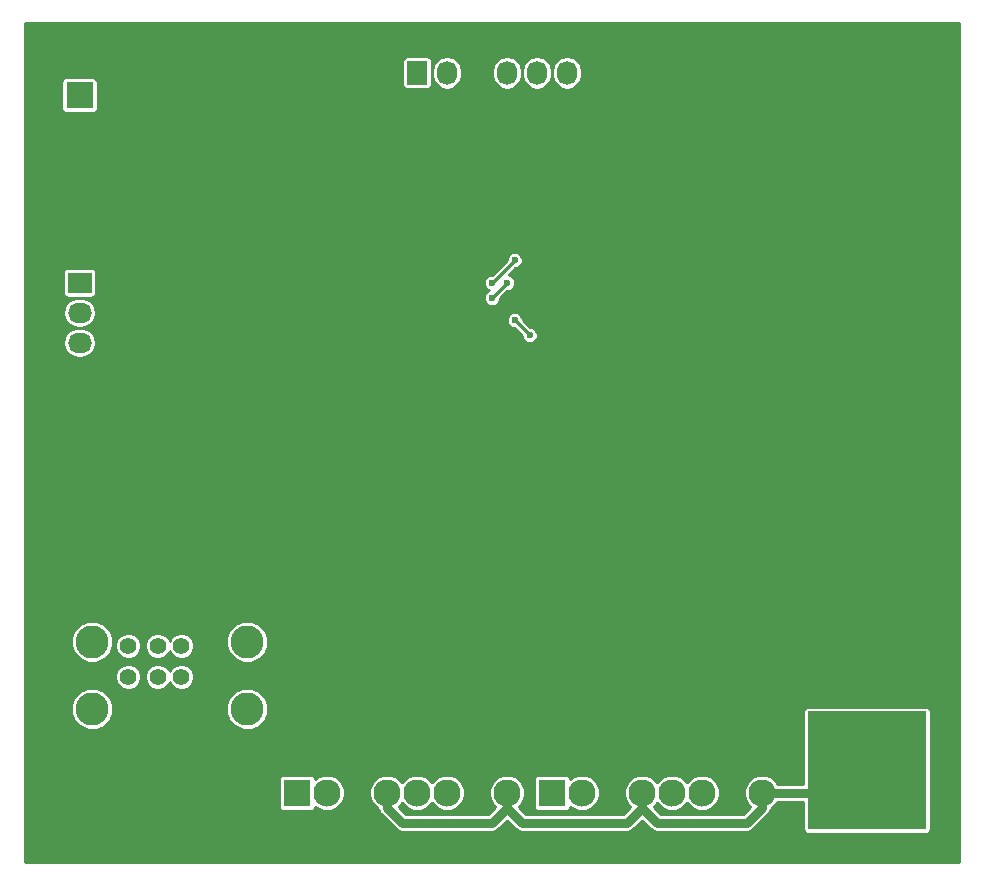
<source format=gbl>
G04 #@! TF.FileFunction,Copper,L2,Bot,Signal*
%FSLAX46Y46*%
G04 Gerber Fmt 4.6, Leading zero omitted, Abs format (unit mm)*
G04 Created by KiCad (PCBNEW 4.0.1-stable) date 8/17/2016 11:23:15 PM*
%MOMM*%
G01*
G04 APERTURE LIST*
%ADD10C,0.127000*%
%ADD11R,2.032000X1.727200*%
%ADD12O,2.032000X1.727200*%
%ADD13C,1.420000*%
%ADD14C,2.800000*%
%ADD15R,1.727200X2.032000*%
%ADD16O,1.727200X2.032000*%
%ADD17R,2.300000X2.300000*%
%ADD18C,2.300000*%
%ADD19R,10.000000X10.000000*%
%ADD20C,0.600000*%
%ADD21C,0.254000*%
%ADD22C,0.762000*%
G04 APERTURE END LIST*
D10*
D11*
X5080000Y49530000D03*
D12*
X5080000Y46990000D03*
X5080000Y44450000D03*
D13*
X9200000Y18805005D03*
X11700000Y18805005D03*
X13700000Y18805005D03*
X16200000Y18805005D03*
X9200000Y16185005D03*
X11700000Y16185005D03*
X13700000Y16185005D03*
X16200000Y16185005D03*
D14*
X19270000Y13475005D03*
X19270000Y19155005D03*
X6130000Y19155005D03*
X6130000Y13475005D03*
D15*
X33655000Y67310000D03*
D16*
X36195000Y67310000D03*
X38735000Y67310000D03*
X41275000Y67310000D03*
X43815000Y67310000D03*
X46355000Y67310000D03*
D17*
X5080000Y65405000D03*
D18*
X7620000Y65405000D03*
X62865000Y6350000D03*
X60325000Y6350000D03*
X57785000Y6350000D03*
X55245000Y6350000D03*
X52705000Y6350000D03*
X50165000Y6350000D03*
X47625000Y6350000D03*
D17*
X45085000Y6350000D03*
X23495000Y6350000D03*
D18*
X26035000Y6350000D03*
X28575000Y6350000D03*
X31115000Y6350000D03*
X33655000Y6350000D03*
X36195000Y6350000D03*
X38735000Y6350000D03*
X41275000Y6350000D03*
D19*
X71755000Y8255000D03*
D20*
X17780000Y40640000D03*
X43180000Y53975000D03*
X33655000Y56515000D03*
X36830000Y56515000D03*
X28575000Y56515000D03*
X46355000Y53975000D03*
X49530000Y55880000D03*
X76200000Y59690000D03*
X14605000Y48895000D03*
X2540000Y54610000D03*
X43180000Y45085000D03*
X41910000Y46355000D03*
X40005000Y49530000D03*
X41910000Y51435000D03*
X40005000Y48260000D03*
X41275000Y49530000D03*
D21*
X41910000Y46355000D02*
X43180000Y45085000D01*
X40005000Y49530000D02*
X41910000Y51435000D01*
X40005000Y48260000D02*
X41275000Y49530000D01*
D22*
X62865000Y6350000D02*
X69850000Y6350000D01*
X69850000Y6350000D02*
X71755000Y8255000D01*
X52705000Y5080000D02*
X53975000Y3810000D01*
X62865000Y5080000D02*
X62865000Y6350000D01*
X61595000Y3810000D02*
X62865000Y5080000D01*
X53975000Y3810000D02*
X61595000Y3810000D01*
X41275000Y5080000D02*
X42545000Y3810000D01*
X52705000Y5080000D02*
X52705000Y6350000D01*
X51435000Y3810000D02*
X52705000Y5080000D01*
X42545000Y3810000D02*
X51435000Y3810000D01*
X31115000Y6350000D02*
X31115000Y5080000D01*
X41275000Y5080000D02*
X41275000Y6350000D01*
X40005000Y3810000D02*
X41275000Y5080000D01*
X32385000Y3810000D02*
X40005000Y3810000D01*
X31115000Y5080000D02*
X32385000Y3810000D01*
D21*
G36*
X79544000Y456000D02*
X456000Y456000D01*
X456000Y7500000D01*
X21956536Y7500000D01*
X21956536Y5200000D01*
X21983103Y5058810D01*
X22066546Y4929135D01*
X22193866Y4842141D01*
X22345000Y4811536D01*
X24645000Y4811536D01*
X24786190Y4838103D01*
X24915865Y4921546D01*
X25002859Y5048866D01*
X25031146Y5188555D01*
X25166626Y5052838D01*
X25729129Y4819266D01*
X26338199Y4818735D01*
X26901109Y5051325D01*
X27332162Y5481626D01*
X27565734Y6044129D01*
X27565736Y6046801D01*
X29583735Y6046801D01*
X29816325Y5483891D01*
X30246626Y5052838D01*
X30368466Y5002245D01*
X30411004Y4788395D01*
X30555595Y4572000D01*
X30576185Y4541185D01*
X31846184Y3271185D01*
X32093395Y3106004D01*
X32385000Y3048000D01*
X40005000Y3048000D01*
X40296605Y3106004D01*
X40543815Y3271185D01*
X41275000Y4002369D01*
X42006184Y3271185D01*
X42253395Y3106004D01*
X42545000Y3048000D01*
X51435000Y3048000D01*
X51726605Y3106004D01*
X51973815Y3271185D01*
X52705000Y4002369D01*
X53436184Y3271185D01*
X53683395Y3106004D01*
X53975000Y3048000D01*
X61595000Y3048000D01*
X61886605Y3106004D01*
X62133815Y3271185D01*
X63403815Y4541184D01*
X63568996Y4788395D01*
X63575137Y4819266D01*
X63611463Y5001888D01*
X63731109Y5051325D01*
X64162162Y5481626D01*
X64206332Y5588000D01*
X66366536Y5588000D01*
X66366536Y3255000D01*
X66393103Y3113810D01*
X66476546Y2984135D01*
X66603866Y2897141D01*
X66755000Y2866536D01*
X76755000Y2866536D01*
X76896190Y2893103D01*
X77025865Y2976546D01*
X77112859Y3103866D01*
X77143464Y3255000D01*
X77143464Y13255000D01*
X77116897Y13396190D01*
X77033454Y13525865D01*
X76906134Y13612859D01*
X76755000Y13643464D01*
X66755000Y13643464D01*
X66613810Y13616897D01*
X66484135Y13533454D01*
X66397141Y13406134D01*
X66366536Y13255000D01*
X66366536Y7112000D01*
X64206692Y7112000D01*
X64163675Y7216109D01*
X63733374Y7647162D01*
X63170871Y7880734D01*
X62561801Y7881265D01*
X61998891Y7648675D01*
X61567838Y7218374D01*
X61334266Y6655871D01*
X61333735Y6046801D01*
X61566325Y5483891D01*
X61878520Y5171151D01*
X61279370Y4572000D01*
X54290631Y4572000D01*
X53691312Y5171318D01*
X53975327Y5454838D01*
X54376626Y5052838D01*
X54939129Y4819266D01*
X55548199Y4818735D01*
X56111109Y5051325D01*
X56515327Y5454838D01*
X56916626Y5052838D01*
X57479129Y4819266D01*
X58088199Y4818735D01*
X58651109Y5051325D01*
X59082162Y5481626D01*
X59315734Y6044129D01*
X59316265Y6653199D01*
X59083675Y7216109D01*
X58653374Y7647162D01*
X58090871Y7880734D01*
X57481801Y7881265D01*
X56918891Y7648675D01*
X56514673Y7245162D01*
X56113374Y7647162D01*
X55550871Y7880734D01*
X54941801Y7881265D01*
X54378891Y7648675D01*
X53974673Y7245162D01*
X53573374Y7647162D01*
X53010871Y7880734D01*
X52401801Y7881265D01*
X51838891Y7648675D01*
X51407838Y7218374D01*
X51174266Y6655871D01*
X51173735Y6046801D01*
X51406325Y5483891D01*
X51718520Y5171151D01*
X51119370Y4572000D01*
X42860631Y4572000D01*
X42261312Y5171318D01*
X42572162Y5481626D01*
X42805734Y6044129D01*
X42806265Y6653199D01*
X42573675Y7216109D01*
X42290280Y7500000D01*
X43546536Y7500000D01*
X43546536Y5200000D01*
X43573103Y5058810D01*
X43656546Y4929135D01*
X43783866Y4842141D01*
X43935000Y4811536D01*
X46235000Y4811536D01*
X46376190Y4838103D01*
X46505865Y4921546D01*
X46592859Y5048866D01*
X46621146Y5188555D01*
X46756626Y5052838D01*
X47319129Y4819266D01*
X47928199Y4818735D01*
X48491109Y5051325D01*
X48922162Y5481626D01*
X49155734Y6044129D01*
X49156265Y6653199D01*
X48923675Y7216109D01*
X48493374Y7647162D01*
X47930871Y7880734D01*
X47321801Y7881265D01*
X46758891Y7648675D01*
X46621328Y7511352D01*
X46596897Y7641190D01*
X46513454Y7770865D01*
X46386134Y7857859D01*
X46235000Y7888464D01*
X43935000Y7888464D01*
X43793810Y7861897D01*
X43664135Y7778454D01*
X43577141Y7651134D01*
X43546536Y7500000D01*
X42290280Y7500000D01*
X42143374Y7647162D01*
X41580871Y7880734D01*
X40971801Y7881265D01*
X40408891Y7648675D01*
X39977838Y7218374D01*
X39744266Y6655871D01*
X39743735Y6046801D01*
X39976325Y5483891D01*
X40288520Y5171151D01*
X39689370Y4572000D01*
X32700631Y4572000D01*
X32101312Y5171318D01*
X32385327Y5454838D01*
X32786626Y5052838D01*
X33349129Y4819266D01*
X33958199Y4818735D01*
X34521109Y5051325D01*
X34925327Y5454838D01*
X35326626Y5052838D01*
X35889129Y4819266D01*
X36498199Y4818735D01*
X37061109Y5051325D01*
X37492162Y5481626D01*
X37725734Y6044129D01*
X37726265Y6653199D01*
X37493675Y7216109D01*
X37063374Y7647162D01*
X36500871Y7880734D01*
X35891801Y7881265D01*
X35328891Y7648675D01*
X34924673Y7245162D01*
X34523374Y7647162D01*
X33960871Y7880734D01*
X33351801Y7881265D01*
X32788891Y7648675D01*
X32384673Y7245162D01*
X31983374Y7647162D01*
X31420871Y7880734D01*
X30811801Y7881265D01*
X30248891Y7648675D01*
X29817838Y7218374D01*
X29584266Y6655871D01*
X29583735Y6046801D01*
X27565736Y6046801D01*
X27566265Y6653199D01*
X27333675Y7216109D01*
X26903374Y7647162D01*
X26340871Y7880734D01*
X25731801Y7881265D01*
X25168891Y7648675D01*
X25031328Y7511352D01*
X25006897Y7641190D01*
X24923454Y7770865D01*
X24796134Y7857859D01*
X24645000Y7888464D01*
X22345000Y7888464D01*
X22203810Y7861897D01*
X22074135Y7778454D01*
X21987141Y7651134D01*
X21956536Y7500000D01*
X456000Y7500000D01*
X456000Y13122296D01*
X4348691Y13122296D01*
X4619261Y12467467D01*
X5119827Y11966027D01*
X5774183Y11694315D01*
X6482709Y11693696D01*
X7137538Y11964266D01*
X7638978Y12464832D01*
X7910690Y13119188D01*
X7910692Y13122296D01*
X17488691Y13122296D01*
X17759261Y12467467D01*
X18259827Y11966027D01*
X18914183Y11694315D01*
X19622709Y11693696D01*
X20277538Y11964266D01*
X20778978Y12464832D01*
X21050690Y13119188D01*
X21051309Y13827714D01*
X20780739Y14482543D01*
X20280173Y14983983D01*
X19625817Y15255695D01*
X18917291Y15256314D01*
X18262462Y14985744D01*
X17761022Y14485178D01*
X17489310Y13830822D01*
X17488691Y13122296D01*
X7910692Y13122296D01*
X7911309Y13827714D01*
X7640739Y14482543D01*
X7140173Y14983983D01*
X6485817Y15255695D01*
X5777291Y15256314D01*
X5122462Y14985744D01*
X4621022Y14485178D01*
X4349310Y13830822D01*
X4348691Y13122296D01*
X456000Y13122296D01*
X456000Y15968944D01*
X8108811Y15968944D01*
X8274556Y15567810D01*
X8581191Y15260639D01*
X8982035Y15094195D01*
X9416061Y15093816D01*
X9817195Y15259561D01*
X10124366Y15566196D01*
X10290810Y15967040D01*
X10290811Y15968944D01*
X10608811Y15968944D01*
X10774556Y15567810D01*
X11081191Y15260639D01*
X11482035Y15094195D01*
X11916061Y15093816D01*
X12317195Y15259561D01*
X12624366Y15566196D01*
X12699980Y15748297D01*
X12774556Y15567810D01*
X13081191Y15260639D01*
X13482035Y15094195D01*
X13916061Y15093816D01*
X14317195Y15259561D01*
X14624366Y15566196D01*
X14790810Y15967040D01*
X14791189Y16401066D01*
X14625444Y16802200D01*
X14318809Y17109371D01*
X13917965Y17275815D01*
X13483939Y17276194D01*
X13082805Y17110449D01*
X12775634Y16803814D01*
X12700020Y16621713D01*
X12625444Y16802200D01*
X12318809Y17109371D01*
X11917965Y17275815D01*
X11483939Y17276194D01*
X11082805Y17110449D01*
X10775634Y16803814D01*
X10609190Y16402970D01*
X10608811Y15968944D01*
X10290811Y15968944D01*
X10291189Y16401066D01*
X10125444Y16802200D01*
X9818809Y17109371D01*
X9417965Y17275815D01*
X8983939Y17276194D01*
X8582805Y17110449D01*
X8275634Y16803814D01*
X8109190Y16402970D01*
X8108811Y15968944D01*
X456000Y15968944D01*
X456000Y18802296D01*
X4348691Y18802296D01*
X4619261Y18147467D01*
X5119827Y17646027D01*
X5774183Y17374315D01*
X6482709Y17373696D01*
X7137538Y17644266D01*
X7638978Y18144832D01*
X7823389Y18588944D01*
X8108811Y18588944D01*
X8274556Y18187810D01*
X8581191Y17880639D01*
X8982035Y17714195D01*
X9416061Y17713816D01*
X9817195Y17879561D01*
X10124366Y18186196D01*
X10290810Y18587040D01*
X10290811Y18588944D01*
X10608811Y18588944D01*
X10774556Y18187810D01*
X11081191Y17880639D01*
X11482035Y17714195D01*
X11916061Y17713816D01*
X12317195Y17879561D01*
X12624366Y18186196D01*
X12699980Y18368297D01*
X12774556Y18187810D01*
X13081191Y17880639D01*
X13482035Y17714195D01*
X13916061Y17713816D01*
X14317195Y17879561D01*
X14624366Y18186196D01*
X14790810Y18587040D01*
X14790997Y18802296D01*
X17488691Y18802296D01*
X17759261Y18147467D01*
X18259827Y17646027D01*
X18914183Y17374315D01*
X19622709Y17373696D01*
X20277538Y17644266D01*
X20778978Y18144832D01*
X21050690Y18799188D01*
X21051309Y19507714D01*
X20780739Y20162543D01*
X20280173Y20663983D01*
X19625817Y20935695D01*
X18917291Y20936314D01*
X18262462Y20665744D01*
X17761022Y20165178D01*
X17489310Y19510822D01*
X17488691Y18802296D01*
X14790997Y18802296D01*
X14791189Y19021066D01*
X14625444Y19422200D01*
X14318809Y19729371D01*
X13917965Y19895815D01*
X13483939Y19896194D01*
X13082805Y19730449D01*
X12775634Y19423814D01*
X12700020Y19241713D01*
X12625444Y19422200D01*
X12318809Y19729371D01*
X11917965Y19895815D01*
X11483939Y19896194D01*
X11082805Y19730449D01*
X10775634Y19423814D01*
X10609190Y19022970D01*
X10608811Y18588944D01*
X10290811Y18588944D01*
X10291189Y19021066D01*
X10125444Y19422200D01*
X9818809Y19729371D01*
X9417965Y19895815D01*
X8983939Y19896194D01*
X8582805Y19730449D01*
X8275634Y19423814D01*
X8109190Y19022970D01*
X8108811Y18588944D01*
X7823389Y18588944D01*
X7910690Y18799188D01*
X7911309Y19507714D01*
X7640739Y20162543D01*
X7140173Y20663983D01*
X6485817Y20935695D01*
X5777291Y20936314D01*
X5122462Y20665744D01*
X4621022Y20165178D01*
X4349310Y19510822D01*
X4348691Y18802296D01*
X456000Y18802296D01*
X456000Y44450000D01*
X3655631Y44450000D01*
X3750371Y43973712D01*
X4020166Y43569935D01*
X4423943Y43300140D01*
X4900231Y43205400D01*
X5259769Y43205400D01*
X5736057Y43300140D01*
X6139834Y43569935D01*
X6409629Y43973712D01*
X6504369Y44450000D01*
X6409629Y44926288D01*
X6139834Y45330065D01*
X5736057Y45599860D01*
X5259769Y45694600D01*
X4900231Y45694600D01*
X4423943Y45599860D01*
X4020166Y45330065D01*
X3750371Y44926288D01*
X3655631Y44450000D01*
X456000Y44450000D01*
X456000Y46990000D01*
X3655631Y46990000D01*
X3750371Y46513712D01*
X4020166Y46109935D01*
X4423943Y45840140D01*
X4900231Y45745400D01*
X5259769Y45745400D01*
X5736057Y45840140D01*
X6139834Y46109935D01*
X6213467Y46220135D01*
X41228882Y46220135D01*
X41332339Y45969748D01*
X41523741Y45778013D01*
X41773946Y45674118D01*
X41872548Y45674032D01*
X42498967Y45047613D01*
X42498882Y44950135D01*
X42602339Y44699748D01*
X42793741Y44508013D01*
X43043946Y44404118D01*
X43314865Y44403882D01*
X43565252Y44507339D01*
X43756987Y44698741D01*
X43860882Y44948946D01*
X43861118Y45219865D01*
X43757661Y45470252D01*
X43566259Y45661987D01*
X43316054Y45765882D01*
X43217452Y45765968D01*
X42591033Y46392387D01*
X42591118Y46489865D01*
X42487661Y46740252D01*
X42296259Y46931987D01*
X42046054Y47035882D01*
X41775135Y47036118D01*
X41524748Y46932661D01*
X41333013Y46741259D01*
X41229118Y46491054D01*
X41228882Y46220135D01*
X6213467Y46220135D01*
X6409629Y46513712D01*
X6504369Y46990000D01*
X6409629Y47466288D01*
X6139834Y47870065D01*
X5736057Y48139860D01*
X5259769Y48234600D01*
X4900231Y48234600D01*
X4423943Y48139860D01*
X4020166Y47870065D01*
X3750371Y47466288D01*
X3655631Y46990000D01*
X456000Y46990000D01*
X456000Y50393600D01*
X3675536Y50393600D01*
X3675536Y48666400D01*
X3702103Y48525210D01*
X3785546Y48395535D01*
X3912866Y48308541D01*
X4064000Y48277936D01*
X6096000Y48277936D01*
X6237190Y48304503D01*
X6366865Y48387946D01*
X6453859Y48515266D01*
X6484464Y48666400D01*
X6484464Y49395135D01*
X39323882Y49395135D01*
X39427339Y49144748D01*
X39618741Y48953013D01*
X39758485Y48894986D01*
X39619748Y48837661D01*
X39428013Y48646259D01*
X39324118Y48396054D01*
X39323882Y48125135D01*
X39427339Y47874748D01*
X39618741Y47683013D01*
X39868946Y47579118D01*
X40139865Y47578882D01*
X40390252Y47682339D01*
X40581987Y47873741D01*
X40685882Y48123946D01*
X40685968Y48222548D01*
X41312387Y48848967D01*
X41409865Y48848882D01*
X41660252Y48952339D01*
X41851987Y49143741D01*
X41955882Y49393946D01*
X41956118Y49664865D01*
X41852661Y49915252D01*
X41661259Y50106987D01*
X41411054Y50210882D01*
X41404308Y50210888D01*
X41947387Y50753967D01*
X42044865Y50753882D01*
X42295252Y50857339D01*
X42486987Y51048741D01*
X42590882Y51298946D01*
X42591118Y51569865D01*
X42487661Y51820252D01*
X42296259Y52011987D01*
X42046054Y52115882D01*
X41775135Y52116118D01*
X41524748Y52012661D01*
X41333013Y51821259D01*
X41229118Y51571054D01*
X41229032Y51472452D01*
X39967613Y50211033D01*
X39870135Y50211118D01*
X39619748Y50107661D01*
X39428013Y49916259D01*
X39324118Y49666054D01*
X39323882Y49395135D01*
X6484464Y49395135D01*
X6484464Y50393600D01*
X6457897Y50534790D01*
X6374454Y50664465D01*
X6247134Y50751459D01*
X6096000Y50782064D01*
X4064000Y50782064D01*
X3922810Y50755497D01*
X3793135Y50672054D01*
X3706141Y50544734D01*
X3675536Y50393600D01*
X456000Y50393600D01*
X456000Y66555000D01*
X3541536Y66555000D01*
X3541536Y64255000D01*
X3568103Y64113810D01*
X3651546Y63984135D01*
X3778866Y63897141D01*
X3930000Y63866536D01*
X6230000Y63866536D01*
X6371190Y63893103D01*
X6500865Y63976546D01*
X6587859Y64103866D01*
X6618464Y64255000D01*
X6618464Y66555000D01*
X6591897Y66696190D01*
X6508454Y66825865D01*
X6381134Y66912859D01*
X6230000Y66943464D01*
X3930000Y66943464D01*
X3788810Y66916897D01*
X3659135Y66833454D01*
X3572141Y66706134D01*
X3541536Y66555000D01*
X456000Y66555000D01*
X456000Y68326000D01*
X32402936Y68326000D01*
X32402936Y66294000D01*
X32429503Y66152810D01*
X32512946Y66023135D01*
X32640266Y65936141D01*
X32791400Y65905536D01*
X34518600Y65905536D01*
X34659790Y65932103D01*
X34789465Y66015546D01*
X34876459Y66142866D01*
X34907064Y66294000D01*
X34907064Y67489769D01*
X34950400Y67489769D01*
X34950400Y67130231D01*
X35045140Y66653943D01*
X35314935Y66250166D01*
X35718712Y65980371D01*
X36195000Y65885631D01*
X36671288Y65980371D01*
X37075065Y66250166D01*
X37344860Y66653943D01*
X37439600Y67130231D01*
X37439600Y67489769D01*
X40030400Y67489769D01*
X40030400Y67130231D01*
X40125140Y66653943D01*
X40394935Y66250166D01*
X40798712Y65980371D01*
X41275000Y65885631D01*
X41751288Y65980371D01*
X42155065Y66250166D01*
X42424860Y66653943D01*
X42519600Y67130231D01*
X42519600Y67489769D01*
X42570400Y67489769D01*
X42570400Y67130231D01*
X42665140Y66653943D01*
X42934935Y66250166D01*
X43338712Y65980371D01*
X43815000Y65885631D01*
X44291288Y65980371D01*
X44695065Y66250166D01*
X44964860Y66653943D01*
X45059600Y67130231D01*
X45059600Y67489769D01*
X45110400Y67489769D01*
X45110400Y67130231D01*
X45205140Y66653943D01*
X45474935Y66250166D01*
X45878712Y65980371D01*
X46355000Y65885631D01*
X46831288Y65980371D01*
X47235065Y66250166D01*
X47504860Y66653943D01*
X47599600Y67130231D01*
X47599600Y67489769D01*
X47504860Y67966057D01*
X47235065Y68369834D01*
X46831288Y68639629D01*
X46355000Y68734369D01*
X45878712Y68639629D01*
X45474935Y68369834D01*
X45205140Y67966057D01*
X45110400Y67489769D01*
X45059600Y67489769D01*
X44964860Y67966057D01*
X44695065Y68369834D01*
X44291288Y68639629D01*
X43815000Y68734369D01*
X43338712Y68639629D01*
X42934935Y68369834D01*
X42665140Y67966057D01*
X42570400Y67489769D01*
X42519600Y67489769D01*
X42424860Y67966057D01*
X42155065Y68369834D01*
X41751288Y68639629D01*
X41275000Y68734369D01*
X40798712Y68639629D01*
X40394935Y68369834D01*
X40125140Y67966057D01*
X40030400Y67489769D01*
X37439600Y67489769D01*
X37344860Y67966057D01*
X37075065Y68369834D01*
X36671288Y68639629D01*
X36195000Y68734369D01*
X35718712Y68639629D01*
X35314935Y68369834D01*
X35045140Y67966057D01*
X34950400Y67489769D01*
X34907064Y67489769D01*
X34907064Y68326000D01*
X34880497Y68467190D01*
X34797054Y68596865D01*
X34669734Y68683859D01*
X34518600Y68714464D01*
X32791400Y68714464D01*
X32650210Y68687897D01*
X32520535Y68604454D01*
X32433541Y68477134D01*
X32402936Y68326000D01*
X456000Y68326000D01*
X456000Y71544000D01*
X79544000Y71544000D01*
X79544000Y456000D01*
X79544000Y456000D01*
G37*
X79544000Y456000D02*
X456000Y456000D01*
X456000Y7500000D01*
X21956536Y7500000D01*
X21956536Y5200000D01*
X21983103Y5058810D01*
X22066546Y4929135D01*
X22193866Y4842141D01*
X22345000Y4811536D01*
X24645000Y4811536D01*
X24786190Y4838103D01*
X24915865Y4921546D01*
X25002859Y5048866D01*
X25031146Y5188555D01*
X25166626Y5052838D01*
X25729129Y4819266D01*
X26338199Y4818735D01*
X26901109Y5051325D01*
X27332162Y5481626D01*
X27565734Y6044129D01*
X27565736Y6046801D01*
X29583735Y6046801D01*
X29816325Y5483891D01*
X30246626Y5052838D01*
X30368466Y5002245D01*
X30411004Y4788395D01*
X30555595Y4572000D01*
X30576185Y4541185D01*
X31846184Y3271185D01*
X32093395Y3106004D01*
X32385000Y3048000D01*
X40005000Y3048000D01*
X40296605Y3106004D01*
X40543815Y3271185D01*
X41275000Y4002369D01*
X42006184Y3271185D01*
X42253395Y3106004D01*
X42545000Y3048000D01*
X51435000Y3048000D01*
X51726605Y3106004D01*
X51973815Y3271185D01*
X52705000Y4002369D01*
X53436184Y3271185D01*
X53683395Y3106004D01*
X53975000Y3048000D01*
X61595000Y3048000D01*
X61886605Y3106004D01*
X62133815Y3271185D01*
X63403815Y4541184D01*
X63568996Y4788395D01*
X63575137Y4819266D01*
X63611463Y5001888D01*
X63731109Y5051325D01*
X64162162Y5481626D01*
X64206332Y5588000D01*
X66366536Y5588000D01*
X66366536Y3255000D01*
X66393103Y3113810D01*
X66476546Y2984135D01*
X66603866Y2897141D01*
X66755000Y2866536D01*
X76755000Y2866536D01*
X76896190Y2893103D01*
X77025865Y2976546D01*
X77112859Y3103866D01*
X77143464Y3255000D01*
X77143464Y13255000D01*
X77116897Y13396190D01*
X77033454Y13525865D01*
X76906134Y13612859D01*
X76755000Y13643464D01*
X66755000Y13643464D01*
X66613810Y13616897D01*
X66484135Y13533454D01*
X66397141Y13406134D01*
X66366536Y13255000D01*
X66366536Y7112000D01*
X64206692Y7112000D01*
X64163675Y7216109D01*
X63733374Y7647162D01*
X63170871Y7880734D01*
X62561801Y7881265D01*
X61998891Y7648675D01*
X61567838Y7218374D01*
X61334266Y6655871D01*
X61333735Y6046801D01*
X61566325Y5483891D01*
X61878520Y5171151D01*
X61279370Y4572000D01*
X54290631Y4572000D01*
X53691312Y5171318D01*
X53975327Y5454838D01*
X54376626Y5052838D01*
X54939129Y4819266D01*
X55548199Y4818735D01*
X56111109Y5051325D01*
X56515327Y5454838D01*
X56916626Y5052838D01*
X57479129Y4819266D01*
X58088199Y4818735D01*
X58651109Y5051325D01*
X59082162Y5481626D01*
X59315734Y6044129D01*
X59316265Y6653199D01*
X59083675Y7216109D01*
X58653374Y7647162D01*
X58090871Y7880734D01*
X57481801Y7881265D01*
X56918891Y7648675D01*
X56514673Y7245162D01*
X56113374Y7647162D01*
X55550871Y7880734D01*
X54941801Y7881265D01*
X54378891Y7648675D01*
X53974673Y7245162D01*
X53573374Y7647162D01*
X53010871Y7880734D01*
X52401801Y7881265D01*
X51838891Y7648675D01*
X51407838Y7218374D01*
X51174266Y6655871D01*
X51173735Y6046801D01*
X51406325Y5483891D01*
X51718520Y5171151D01*
X51119370Y4572000D01*
X42860631Y4572000D01*
X42261312Y5171318D01*
X42572162Y5481626D01*
X42805734Y6044129D01*
X42806265Y6653199D01*
X42573675Y7216109D01*
X42290280Y7500000D01*
X43546536Y7500000D01*
X43546536Y5200000D01*
X43573103Y5058810D01*
X43656546Y4929135D01*
X43783866Y4842141D01*
X43935000Y4811536D01*
X46235000Y4811536D01*
X46376190Y4838103D01*
X46505865Y4921546D01*
X46592859Y5048866D01*
X46621146Y5188555D01*
X46756626Y5052838D01*
X47319129Y4819266D01*
X47928199Y4818735D01*
X48491109Y5051325D01*
X48922162Y5481626D01*
X49155734Y6044129D01*
X49156265Y6653199D01*
X48923675Y7216109D01*
X48493374Y7647162D01*
X47930871Y7880734D01*
X47321801Y7881265D01*
X46758891Y7648675D01*
X46621328Y7511352D01*
X46596897Y7641190D01*
X46513454Y7770865D01*
X46386134Y7857859D01*
X46235000Y7888464D01*
X43935000Y7888464D01*
X43793810Y7861897D01*
X43664135Y7778454D01*
X43577141Y7651134D01*
X43546536Y7500000D01*
X42290280Y7500000D01*
X42143374Y7647162D01*
X41580871Y7880734D01*
X40971801Y7881265D01*
X40408891Y7648675D01*
X39977838Y7218374D01*
X39744266Y6655871D01*
X39743735Y6046801D01*
X39976325Y5483891D01*
X40288520Y5171151D01*
X39689370Y4572000D01*
X32700631Y4572000D01*
X32101312Y5171318D01*
X32385327Y5454838D01*
X32786626Y5052838D01*
X33349129Y4819266D01*
X33958199Y4818735D01*
X34521109Y5051325D01*
X34925327Y5454838D01*
X35326626Y5052838D01*
X35889129Y4819266D01*
X36498199Y4818735D01*
X37061109Y5051325D01*
X37492162Y5481626D01*
X37725734Y6044129D01*
X37726265Y6653199D01*
X37493675Y7216109D01*
X37063374Y7647162D01*
X36500871Y7880734D01*
X35891801Y7881265D01*
X35328891Y7648675D01*
X34924673Y7245162D01*
X34523374Y7647162D01*
X33960871Y7880734D01*
X33351801Y7881265D01*
X32788891Y7648675D01*
X32384673Y7245162D01*
X31983374Y7647162D01*
X31420871Y7880734D01*
X30811801Y7881265D01*
X30248891Y7648675D01*
X29817838Y7218374D01*
X29584266Y6655871D01*
X29583735Y6046801D01*
X27565736Y6046801D01*
X27566265Y6653199D01*
X27333675Y7216109D01*
X26903374Y7647162D01*
X26340871Y7880734D01*
X25731801Y7881265D01*
X25168891Y7648675D01*
X25031328Y7511352D01*
X25006897Y7641190D01*
X24923454Y7770865D01*
X24796134Y7857859D01*
X24645000Y7888464D01*
X22345000Y7888464D01*
X22203810Y7861897D01*
X22074135Y7778454D01*
X21987141Y7651134D01*
X21956536Y7500000D01*
X456000Y7500000D01*
X456000Y13122296D01*
X4348691Y13122296D01*
X4619261Y12467467D01*
X5119827Y11966027D01*
X5774183Y11694315D01*
X6482709Y11693696D01*
X7137538Y11964266D01*
X7638978Y12464832D01*
X7910690Y13119188D01*
X7910692Y13122296D01*
X17488691Y13122296D01*
X17759261Y12467467D01*
X18259827Y11966027D01*
X18914183Y11694315D01*
X19622709Y11693696D01*
X20277538Y11964266D01*
X20778978Y12464832D01*
X21050690Y13119188D01*
X21051309Y13827714D01*
X20780739Y14482543D01*
X20280173Y14983983D01*
X19625817Y15255695D01*
X18917291Y15256314D01*
X18262462Y14985744D01*
X17761022Y14485178D01*
X17489310Y13830822D01*
X17488691Y13122296D01*
X7910692Y13122296D01*
X7911309Y13827714D01*
X7640739Y14482543D01*
X7140173Y14983983D01*
X6485817Y15255695D01*
X5777291Y15256314D01*
X5122462Y14985744D01*
X4621022Y14485178D01*
X4349310Y13830822D01*
X4348691Y13122296D01*
X456000Y13122296D01*
X456000Y15968944D01*
X8108811Y15968944D01*
X8274556Y15567810D01*
X8581191Y15260639D01*
X8982035Y15094195D01*
X9416061Y15093816D01*
X9817195Y15259561D01*
X10124366Y15566196D01*
X10290810Y15967040D01*
X10290811Y15968944D01*
X10608811Y15968944D01*
X10774556Y15567810D01*
X11081191Y15260639D01*
X11482035Y15094195D01*
X11916061Y15093816D01*
X12317195Y15259561D01*
X12624366Y15566196D01*
X12699980Y15748297D01*
X12774556Y15567810D01*
X13081191Y15260639D01*
X13482035Y15094195D01*
X13916061Y15093816D01*
X14317195Y15259561D01*
X14624366Y15566196D01*
X14790810Y15967040D01*
X14791189Y16401066D01*
X14625444Y16802200D01*
X14318809Y17109371D01*
X13917965Y17275815D01*
X13483939Y17276194D01*
X13082805Y17110449D01*
X12775634Y16803814D01*
X12700020Y16621713D01*
X12625444Y16802200D01*
X12318809Y17109371D01*
X11917965Y17275815D01*
X11483939Y17276194D01*
X11082805Y17110449D01*
X10775634Y16803814D01*
X10609190Y16402970D01*
X10608811Y15968944D01*
X10290811Y15968944D01*
X10291189Y16401066D01*
X10125444Y16802200D01*
X9818809Y17109371D01*
X9417965Y17275815D01*
X8983939Y17276194D01*
X8582805Y17110449D01*
X8275634Y16803814D01*
X8109190Y16402970D01*
X8108811Y15968944D01*
X456000Y15968944D01*
X456000Y18802296D01*
X4348691Y18802296D01*
X4619261Y18147467D01*
X5119827Y17646027D01*
X5774183Y17374315D01*
X6482709Y17373696D01*
X7137538Y17644266D01*
X7638978Y18144832D01*
X7823389Y18588944D01*
X8108811Y18588944D01*
X8274556Y18187810D01*
X8581191Y17880639D01*
X8982035Y17714195D01*
X9416061Y17713816D01*
X9817195Y17879561D01*
X10124366Y18186196D01*
X10290810Y18587040D01*
X10290811Y18588944D01*
X10608811Y18588944D01*
X10774556Y18187810D01*
X11081191Y17880639D01*
X11482035Y17714195D01*
X11916061Y17713816D01*
X12317195Y17879561D01*
X12624366Y18186196D01*
X12699980Y18368297D01*
X12774556Y18187810D01*
X13081191Y17880639D01*
X13482035Y17714195D01*
X13916061Y17713816D01*
X14317195Y17879561D01*
X14624366Y18186196D01*
X14790810Y18587040D01*
X14790997Y18802296D01*
X17488691Y18802296D01*
X17759261Y18147467D01*
X18259827Y17646027D01*
X18914183Y17374315D01*
X19622709Y17373696D01*
X20277538Y17644266D01*
X20778978Y18144832D01*
X21050690Y18799188D01*
X21051309Y19507714D01*
X20780739Y20162543D01*
X20280173Y20663983D01*
X19625817Y20935695D01*
X18917291Y20936314D01*
X18262462Y20665744D01*
X17761022Y20165178D01*
X17489310Y19510822D01*
X17488691Y18802296D01*
X14790997Y18802296D01*
X14791189Y19021066D01*
X14625444Y19422200D01*
X14318809Y19729371D01*
X13917965Y19895815D01*
X13483939Y19896194D01*
X13082805Y19730449D01*
X12775634Y19423814D01*
X12700020Y19241713D01*
X12625444Y19422200D01*
X12318809Y19729371D01*
X11917965Y19895815D01*
X11483939Y19896194D01*
X11082805Y19730449D01*
X10775634Y19423814D01*
X10609190Y19022970D01*
X10608811Y18588944D01*
X10290811Y18588944D01*
X10291189Y19021066D01*
X10125444Y19422200D01*
X9818809Y19729371D01*
X9417965Y19895815D01*
X8983939Y19896194D01*
X8582805Y19730449D01*
X8275634Y19423814D01*
X8109190Y19022970D01*
X8108811Y18588944D01*
X7823389Y18588944D01*
X7910690Y18799188D01*
X7911309Y19507714D01*
X7640739Y20162543D01*
X7140173Y20663983D01*
X6485817Y20935695D01*
X5777291Y20936314D01*
X5122462Y20665744D01*
X4621022Y20165178D01*
X4349310Y19510822D01*
X4348691Y18802296D01*
X456000Y18802296D01*
X456000Y44450000D01*
X3655631Y44450000D01*
X3750371Y43973712D01*
X4020166Y43569935D01*
X4423943Y43300140D01*
X4900231Y43205400D01*
X5259769Y43205400D01*
X5736057Y43300140D01*
X6139834Y43569935D01*
X6409629Y43973712D01*
X6504369Y44450000D01*
X6409629Y44926288D01*
X6139834Y45330065D01*
X5736057Y45599860D01*
X5259769Y45694600D01*
X4900231Y45694600D01*
X4423943Y45599860D01*
X4020166Y45330065D01*
X3750371Y44926288D01*
X3655631Y44450000D01*
X456000Y44450000D01*
X456000Y46990000D01*
X3655631Y46990000D01*
X3750371Y46513712D01*
X4020166Y46109935D01*
X4423943Y45840140D01*
X4900231Y45745400D01*
X5259769Y45745400D01*
X5736057Y45840140D01*
X6139834Y46109935D01*
X6213467Y46220135D01*
X41228882Y46220135D01*
X41332339Y45969748D01*
X41523741Y45778013D01*
X41773946Y45674118D01*
X41872548Y45674032D01*
X42498967Y45047613D01*
X42498882Y44950135D01*
X42602339Y44699748D01*
X42793741Y44508013D01*
X43043946Y44404118D01*
X43314865Y44403882D01*
X43565252Y44507339D01*
X43756987Y44698741D01*
X43860882Y44948946D01*
X43861118Y45219865D01*
X43757661Y45470252D01*
X43566259Y45661987D01*
X43316054Y45765882D01*
X43217452Y45765968D01*
X42591033Y46392387D01*
X42591118Y46489865D01*
X42487661Y46740252D01*
X42296259Y46931987D01*
X42046054Y47035882D01*
X41775135Y47036118D01*
X41524748Y46932661D01*
X41333013Y46741259D01*
X41229118Y46491054D01*
X41228882Y46220135D01*
X6213467Y46220135D01*
X6409629Y46513712D01*
X6504369Y46990000D01*
X6409629Y47466288D01*
X6139834Y47870065D01*
X5736057Y48139860D01*
X5259769Y48234600D01*
X4900231Y48234600D01*
X4423943Y48139860D01*
X4020166Y47870065D01*
X3750371Y47466288D01*
X3655631Y46990000D01*
X456000Y46990000D01*
X456000Y50393600D01*
X3675536Y50393600D01*
X3675536Y48666400D01*
X3702103Y48525210D01*
X3785546Y48395535D01*
X3912866Y48308541D01*
X4064000Y48277936D01*
X6096000Y48277936D01*
X6237190Y48304503D01*
X6366865Y48387946D01*
X6453859Y48515266D01*
X6484464Y48666400D01*
X6484464Y49395135D01*
X39323882Y49395135D01*
X39427339Y49144748D01*
X39618741Y48953013D01*
X39758485Y48894986D01*
X39619748Y48837661D01*
X39428013Y48646259D01*
X39324118Y48396054D01*
X39323882Y48125135D01*
X39427339Y47874748D01*
X39618741Y47683013D01*
X39868946Y47579118D01*
X40139865Y47578882D01*
X40390252Y47682339D01*
X40581987Y47873741D01*
X40685882Y48123946D01*
X40685968Y48222548D01*
X41312387Y48848967D01*
X41409865Y48848882D01*
X41660252Y48952339D01*
X41851987Y49143741D01*
X41955882Y49393946D01*
X41956118Y49664865D01*
X41852661Y49915252D01*
X41661259Y50106987D01*
X41411054Y50210882D01*
X41404308Y50210888D01*
X41947387Y50753967D01*
X42044865Y50753882D01*
X42295252Y50857339D01*
X42486987Y51048741D01*
X42590882Y51298946D01*
X42591118Y51569865D01*
X42487661Y51820252D01*
X42296259Y52011987D01*
X42046054Y52115882D01*
X41775135Y52116118D01*
X41524748Y52012661D01*
X41333013Y51821259D01*
X41229118Y51571054D01*
X41229032Y51472452D01*
X39967613Y50211033D01*
X39870135Y50211118D01*
X39619748Y50107661D01*
X39428013Y49916259D01*
X39324118Y49666054D01*
X39323882Y49395135D01*
X6484464Y49395135D01*
X6484464Y50393600D01*
X6457897Y50534790D01*
X6374454Y50664465D01*
X6247134Y50751459D01*
X6096000Y50782064D01*
X4064000Y50782064D01*
X3922810Y50755497D01*
X3793135Y50672054D01*
X3706141Y50544734D01*
X3675536Y50393600D01*
X456000Y50393600D01*
X456000Y66555000D01*
X3541536Y66555000D01*
X3541536Y64255000D01*
X3568103Y64113810D01*
X3651546Y63984135D01*
X3778866Y63897141D01*
X3930000Y63866536D01*
X6230000Y63866536D01*
X6371190Y63893103D01*
X6500865Y63976546D01*
X6587859Y64103866D01*
X6618464Y64255000D01*
X6618464Y66555000D01*
X6591897Y66696190D01*
X6508454Y66825865D01*
X6381134Y66912859D01*
X6230000Y66943464D01*
X3930000Y66943464D01*
X3788810Y66916897D01*
X3659135Y66833454D01*
X3572141Y66706134D01*
X3541536Y66555000D01*
X456000Y66555000D01*
X456000Y68326000D01*
X32402936Y68326000D01*
X32402936Y66294000D01*
X32429503Y66152810D01*
X32512946Y66023135D01*
X32640266Y65936141D01*
X32791400Y65905536D01*
X34518600Y65905536D01*
X34659790Y65932103D01*
X34789465Y66015546D01*
X34876459Y66142866D01*
X34907064Y66294000D01*
X34907064Y67489769D01*
X34950400Y67489769D01*
X34950400Y67130231D01*
X35045140Y66653943D01*
X35314935Y66250166D01*
X35718712Y65980371D01*
X36195000Y65885631D01*
X36671288Y65980371D01*
X37075065Y66250166D01*
X37344860Y66653943D01*
X37439600Y67130231D01*
X37439600Y67489769D01*
X40030400Y67489769D01*
X40030400Y67130231D01*
X40125140Y66653943D01*
X40394935Y66250166D01*
X40798712Y65980371D01*
X41275000Y65885631D01*
X41751288Y65980371D01*
X42155065Y66250166D01*
X42424860Y66653943D01*
X42519600Y67130231D01*
X42519600Y67489769D01*
X42570400Y67489769D01*
X42570400Y67130231D01*
X42665140Y66653943D01*
X42934935Y66250166D01*
X43338712Y65980371D01*
X43815000Y65885631D01*
X44291288Y65980371D01*
X44695065Y66250166D01*
X44964860Y66653943D01*
X45059600Y67130231D01*
X45059600Y67489769D01*
X45110400Y67489769D01*
X45110400Y67130231D01*
X45205140Y66653943D01*
X45474935Y66250166D01*
X45878712Y65980371D01*
X46355000Y65885631D01*
X46831288Y65980371D01*
X47235065Y66250166D01*
X47504860Y66653943D01*
X47599600Y67130231D01*
X47599600Y67489769D01*
X47504860Y67966057D01*
X47235065Y68369834D01*
X46831288Y68639629D01*
X46355000Y68734369D01*
X45878712Y68639629D01*
X45474935Y68369834D01*
X45205140Y67966057D01*
X45110400Y67489769D01*
X45059600Y67489769D01*
X44964860Y67966057D01*
X44695065Y68369834D01*
X44291288Y68639629D01*
X43815000Y68734369D01*
X43338712Y68639629D01*
X42934935Y68369834D01*
X42665140Y67966057D01*
X42570400Y67489769D01*
X42519600Y67489769D01*
X42424860Y67966057D01*
X42155065Y68369834D01*
X41751288Y68639629D01*
X41275000Y68734369D01*
X40798712Y68639629D01*
X40394935Y68369834D01*
X40125140Y67966057D01*
X40030400Y67489769D01*
X37439600Y67489769D01*
X37344860Y67966057D01*
X37075065Y68369834D01*
X36671288Y68639629D01*
X36195000Y68734369D01*
X35718712Y68639629D01*
X35314935Y68369834D01*
X35045140Y67966057D01*
X34950400Y67489769D01*
X34907064Y67489769D01*
X34907064Y68326000D01*
X34880497Y68467190D01*
X34797054Y68596865D01*
X34669734Y68683859D01*
X34518600Y68714464D01*
X32791400Y68714464D01*
X32650210Y68687897D01*
X32520535Y68604454D01*
X32433541Y68477134D01*
X32402936Y68326000D01*
X456000Y68326000D01*
X456000Y71544000D01*
X79544000Y71544000D01*
X79544000Y456000D01*
M02*

</source>
